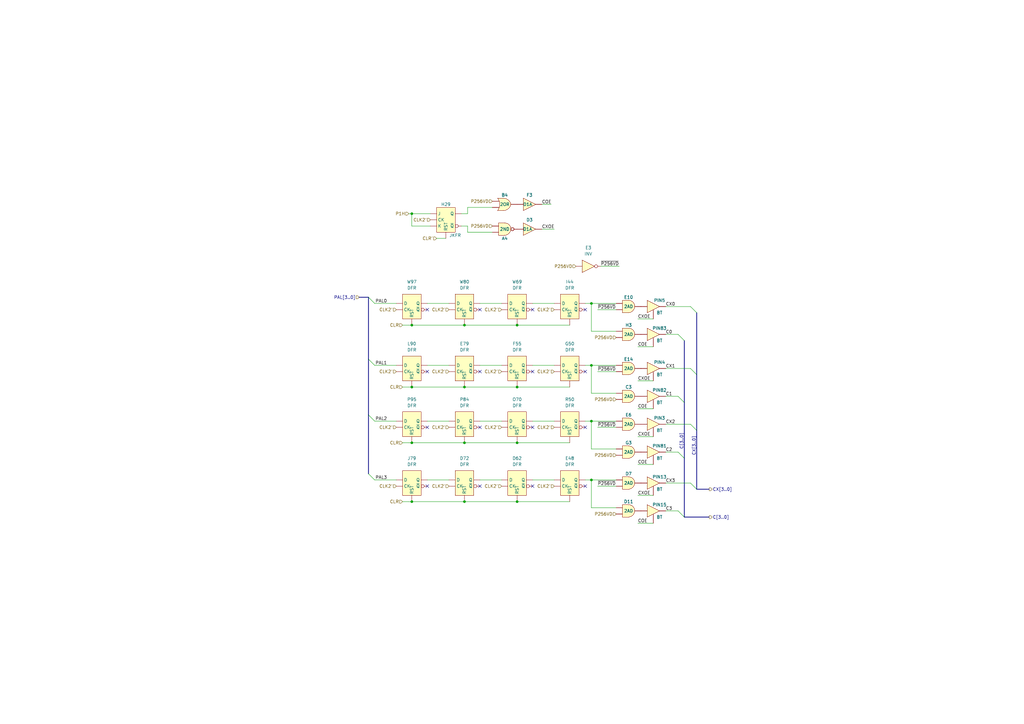
<source format=kicad_sch>
(kicad_sch (version 20230121) (generator eeschema)
  (paper "A3")
  (title_block (date "2023-12-22"))
  (lib_symbols
    (symbol "oki-msm70v000:2AD"
      (property "Reference" "U" (at 0 3.81 0))
      (property "Value" "2AD" (at 0 -3.81 0))
      (symbol "2AD_1_1"
        (arc (start 0 -2.54) (mid 1.7263 -1.7263) (end 2.54 0) (fill (type background)))
        (polyline (pts (xy 0 2.54) (xy -2.54 2.54) (xy -2.54 -2.54) (xy 0 -2.54)) (fill (type background)))
        (arc (start 2.54 0) (mid 1.7961 1.7961) (end 0 2.54) (fill (type background)))
        (pin input line (at -5.08 -1.27 0) (length 2.54) (name "") (number ""))
        (pin input line (at -5.08 1.27 0) (length 2.54) (name "") (number ""))
        (pin output line (at 5.08 0 180) (length 2.54) (name "") (number ""))
      )
    )
    (symbol "oki-msm70v000:2ND"
      (property "Reference" "U" (at 0 3.81 0))
      (property "Value" "2ND" (at 0 -3.81 0))
      (symbol "2ND_1_1"
        (arc (start 0 -2.54) (mid 1.7263 -1.7263) (end 2.54 0) (fill (type background)))
        (polyline (pts (xy 0 2.54) (xy -2.54 2.54) (xy -2.54 -2.54) (xy 0 -2.54)) (fill (type background)))
        (arc (start 2.54 0) (mid 1.7961 1.7961) (end 0 2.54) (fill (type background)))
        (pin input line (at -5.08 -1.27 0) (length 2.54) (name "") (number ""))
        (pin input line (at -5.08 1.27 0) (length 2.54) (name "") (number ""))
        (pin output inverted (at 5.08 0 180) (length 2.54) (name "") (number ""))
      )
    )
    (symbol "oki-msm70v000:2OR"
      (property "Reference" "U" (at 0 3.81 0))
      (property "Value" "2OR" (at 0 -3.81 0))
      (symbol "2OR_1_1"
        (arc (start -2.9127 -2.5398) (mid -2.0762 0.0001) (end -2.9129 2.54))
        (arc (start -0.635 -2.54) (mid 1.3992 -1.8283) (end 2.54 0) (fill (type background)))
        (polyline (pts (xy -0.635 -2.54) (xy -2.921 -2.54)) (fill (type outline)))
        (polyline (pts (xy -0.635 2.54) (xy -2.921 2.54)) (fill (type background)))
        (polyline (pts (xy -0.635 2.54) (xy -2.921 2.54) (xy -2.54 1.905) (xy -2.286 1.27) (xy -2.159 0.762) (xy -2.1082 0.4572) (xy -2.0828 0.1778) (xy -2.0828 -0.127) (xy -2.1336 -0.6604) (xy -2.2098 -1.016) (xy -2.3114 -1.3716) (xy -2.4384 -1.6764) (xy -2.6162 -2.0574) (xy -2.794 -2.3368) (xy -2.921 -2.54) (xy -0.635 -2.54)) (stroke (width -0.0001)) (fill (type background)))
        (arc (start 2.54 0) (mid 1.3994 1.8287) (end -0.635 2.54) (fill (type background)))
        (pin input line (at -5.08 -1.27 0) (length 2.794) (name "") (number ""))
        (pin input line (at -5.08 1.27 0) (length 2.794) (name "") (number ""))
        (pin output line (at 5.08 0 180) (length 2.54) (name "") (number ""))
      )
    )
    (symbol "oki-msm70v000:BT"
      (property "Reference" "U" (at 2.54 2.54 0))
      (property "Value" "BT" (at 2.54 -2.54 0))
      (symbol "BT_1_1"
        (polyline (pts (xy -2.54 2.54) (xy -2.54 -2.54) (xy 2.54 0) (xy -2.54 2.54)) (fill (type background)))
        (pin input line (at -5.08 0 0) (length 2.54) (name "") (number ""))
        (pin input line (at 0 -5.08 90) (length 3.683) (name "") (number ""))
        (pin output line (at 5.08 0 180) (length 2.54) (name "") (number ""))
      )
    )
    (symbol "oki-msm70v000:D1A"
      (property "Reference" "U" (at 0 3.81 0))
      (property "Value" "D1A" (at 0 -3.81 0))
      (symbol "D1A_1_1"
        (polyline (pts (xy -2.54 2.54) (xy -2.54 -2.54) (xy 2.54 0) (xy -2.54 2.54)) (fill (type background)))
        (pin input line (at -5.08 0 0) (length 2.54) (name "") (number ""))
        (pin output line (at 5.08 0 180) (length 2.54) (name "") (number ""))
      )
    )
    (symbol "oki-msm70v000:DFR"
      (property "Reference" "U" (at 0 6.35 0))
      (property "Value" "DFR" (at 2.54 -6.35 0))
      (symbol "DFR_1_1"
        (rectangle (start -3.81 5.08) (end 3.81 -5.08) (fill (type background)))
        (pin input line (at -6.35 -1.27 0) (length 2.54) (name "CK") (number ""))
        (pin input line (at -6.35 1.27 0) (length 2.54) (name "D") (number ""))
        (pin output line (at 6.35 1.27 180) (length 2.54) (name "Q") (number ""))
        (pin input line (at 0 -7.62 90) (length 2.54) (name "RST") (number ""))
        (pin output inverted (at 6.35 -1.27 180) (length 2.54) (name "~{Q}") (number ""))
      )
    )
    (symbol "oki-msm70v000:INV"
      (property "Reference" "U" (at 0 3.81 0))
      (property "Value" "INV" (at 0 -3.81 0))
      (symbol "INV_1_1"
        (polyline (pts (xy -2.54 2.54) (xy -2.54 -2.54) (xy 2.54 0) (xy -2.54 2.54)) (fill (type background)))
        (pin input line (at -5.08 0 0) (length 2.54) (name "") (number ""))
        (pin output inverted (at 5.08 0 180) (length 2.54) (name "") (number ""))
      )
    )
    (symbol "oki-msm70v000:JKFR"
      (property "Reference" "U" (at 0 6.35 0))
      (property "Value" "JKFR" (at 3.81 -6.35 0))
      (symbol "JKFR_1_1"
        (rectangle (start -3.81 5.08) (end 3.81 -5.08) (fill (type background)))
        (pin input line (at -6.35 0 0) (length 2.54) (name "CK") (number ""))
        (pin input line (at -6.35 2.54 0) (length 2.54) (name "J") (number ""))
        (pin input line (at -6.35 -2.54 0) (length 2.54) (name "K") (number ""))
        (pin output line (at 6.35 2.54 180) (length 2.54) (name "Q") (number ""))
        (pin input line (at 0 -7.62 90) (length 2.54) (name "RST") (number ""))
        (pin output inverted (at 6.35 -2.54 180) (length 2.54) (name "~{Q}") (number ""))
      )
    )
  )
  (junction (at 190.5 133.35))
  (junction (at 212.09 133.35))
  (junction (at 212.09 181.61))
  (junction (at 168.91 181.61))
  (junction (at 242.57 149.86))
  (junction (at 168.91 158.75))
  (junction (at 242.57 172.72))
  (junction (at 242.57 124.46))
  (junction (at 242.57 196.85))
  (junction (at 190.5 181.61))
  (junction (at 190.5 158.75))
  (junction (at 168.91 205.74))
  (junction (at 168.91 87.63))
  (junction (at 168.91 133.35))
  (junction (at 212.09 205.74))
  (junction (at 212.09 158.75))
  (junction (at 190.5 205.74))
  (no_connect (at 218.44 199.39))
  (no_connect (at 218.44 175.26))
  (no_connect (at 175.26 199.39))
  (no_connect (at 240.03 152.4))
  (no_connect (at 175.26 152.4))
  (no_connect (at 218.44 152.4))
  (no_connect (at 240.03 175.26))
  (no_connect (at 196.85 199.39))
  (no_connect (at 175.26 127))
  (no_connect (at 218.44 127))
  (no_connect (at 196.85 152.4))
  (no_connect (at 196.85 127))
  (no_connect (at 196.85 175.26))
  (no_connect (at 240.03 199.39))
  (no_connect (at 240.03 127))
  (no_connect (at 175.26 175.26))
  (bus_entry (at 283.21 198.12) (size 2.54 2.54))
  (bus_entry (at 151.13 194.31) (size 2.54 2.54))
  (bus_entry (at 278.13 209.55) (size 2.54 2.54))
  (bus_entry (at 278.13 185.42) (size 2.54 2.54))
  (bus_entry (at 278.13 137.16) (size 2.54 2.54))
  (bus_entry (at 151.13 147.32) (size 2.54 2.54))
  (bus_entry (at 151.13 170.18) (size 2.54 2.54))
  (bus_entry (at 283.21 173.99) (size 2.54 2.54))
  (bus_entry (at 151.13 121.92) (size 2.54 2.54))
  (bus_entry (at 283.21 151.13) (size 2.54 2.54))
  (bus_entry (at 283.21 125.73) (size 2.54 2.54))
  (bus_entry (at 278.13 162.56) (size 2.54 2.54))
  (wire (pts (xy 153.67 172.72) (xy 162.56 172.72)))
  (wire (pts (xy 222.25 83.82) (xy 226.06 83.82)))
  (wire (pts (xy 175.26 124.46) (xy 184.15 124.46)))
  (wire (pts (xy 273.05 162.56) (xy 278.13 162.56)))
  (wire (pts (xy 191.77 85.09) (xy 201.93 85.09)))
  (bus (pts (xy 280.67 139.7) (xy 280.67 165.1)))
  (wire (pts (xy 153.67 149.86) (xy 162.56 149.86)))
  (bus (pts (xy 280.67 165.1) (xy 280.67 187.96)))
  (bus (pts (xy 280.67 187.96) (xy 280.67 212.09)))
  (wire (pts (xy 176.53 92.71) (xy 168.91 92.71)))
  (wire (pts (xy 273.05 209.55) (xy 278.13 209.55)))
  (wire (pts (xy 196.85 172.72) (xy 205.74 172.72)))
  (wire (pts (xy 165.1 181.61) (xy 168.91 181.61)))
  (wire (pts (xy 222.25 93.98) (xy 227.33 93.98)))
  (wire (pts (xy 190.5 205.74) (xy 212.09 205.74)))
  (wire (pts (xy 191.77 87.63) (xy 189.23 87.63)))
  (wire (pts (xy 245.11 175.26) (xy 252.73 175.26)))
  (wire (pts (xy 242.57 196.85) (xy 252.73 196.85)))
  (wire (pts (xy 196.85 124.46) (xy 205.74 124.46)))
  (bus (pts (xy 280.67 212.09) (xy 290.83 212.09)))
  (wire (pts (xy 252.73 161.29) (xy 242.57 161.29)))
  (wire (pts (xy 242.57 161.29) (xy 242.57 149.86)))
  (wire (pts (xy 168.91 205.74) (xy 190.5 205.74)))
  (wire (pts (xy 218.44 149.86) (xy 227.33 149.86)))
  (wire (pts (xy 261.62 167.64) (xy 267.97 167.64)))
  (wire (pts (xy 218.44 196.85) (xy 227.33 196.85)))
  (wire (pts (xy 191.77 85.09) (xy 191.77 87.63)))
  (wire (pts (xy 261.62 190.5) (xy 267.97 190.5)))
  (bus (pts (xy 285.75 128.27) (xy 285.75 153.67)))
  (wire (pts (xy 261.62 130.81) (xy 267.97 130.81)))
  (wire (pts (xy 212.09 133.35) (xy 233.68 133.35)))
  (wire (pts (xy 168.91 87.63) (xy 176.53 87.63)))
  (wire (pts (xy 190.5 158.75) (xy 212.09 158.75)))
  (wire (pts (xy 179.07 97.79) (xy 182.88 97.79)))
  (wire (pts (xy 242.57 172.72) (xy 252.73 172.72)))
  (wire (pts (xy 242.57 149.86) (xy 252.73 149.86)))
  (wire (pts (xy 189.23 92.71) (xy 191.77 92.71)))
  (wire (pts (xy 273.05 198.12) (xy 283.21 198.12)))
  (wire (pts (xy 191.77 95.25) (xy 191.77 92.71)))
  (wire (pts (xy 273.05 185.42) (xy 278.13 185.42)))
  (wire (pts (xy 240.03 149.86) (xy 242.57 149.86)))
  (wire (pts (xy 240.03 124.46) (xy 242.57 124.46)))
  (wire (pts (xy 190.5 181.61) (xy 212.09 181.61)))
  (wire (pts (xy 165.1 133.35) (xy 168.91 133.35)))
  (bus (pts (xy 151.13 170.18) (xy 151.13 147.32)))
  (bus (pts (xy 285.75 200.66) (xy 290.83 200.66)))
  (wire (pts (xy 218.44 124.46) (xy 227.33 124.46)))
  (wire (pts (xy 252.73 208.28) (xy 242.57 208.28)))
  (wire (pts (xy 168.91 158.75) (xy 190.5 158.75)))
  (wire (pts (xy 212.09 181.61) (xy 233.68 181.61)))
  (wire (pts (xy 273.05 173.99) (xy 283.21 173.99)))
  (wire (pts (xy 273.05 125.73) (xy 283.21 125.73)))
  (wire (pts (xy 212.09 205.74) (xy 233.68 205.74)))
  (wire (pts (xy 168.91 92.71) (xy 168.91 87.63)))
  (wire (pts (xy 273.05 137.16) (xy 278.13 137.16)))
  (wire (pts (xy 261.62 142.24) (xy 267.97 142.24)))
  (wire (pts (xy 168.91 181.61) (xy 190.5 181.61)))
  (wire (pts (xy 165.1 158.75) (xy 168.91 158.75)))
  (wire (pts (xy 242.57 135.89) (xy 242.57 124.46)))
  (wire (pts (xy 196.85 149.86) (xy 205.74 149.86)))
  (wire (pts (xy 190.5 133.35) (xy 212.09 133.35)))
  (wire (pts (xy 242.57 208.28) (xy 242.57 196.85)))
  (wire (pts (xy 261.62 179.07) (xy 267.97 179.07)))
  (wire (pts (xy 252.73 184.15) (xy 242.57 184.15)))
  (wire (pts (xy 240.03 196.85) (xy 242.57 196.85)))
  (wire (pts (xy 252.73 135.89) (xy 242.57 135.89)))
  (wire (pts (xy 175.26 172.72) (xy 184.15 172.72)))
  (bus (pts (xy 147.32 121.92) (xy 151.13 121.92)))
  (wire (pts (xy 245.11 127) (xy 252.73 127)))
  (wire (pts (xy 165.1 205.74) (xy 168.91 205.74)))
  (wire (pts (xy 153.67 196.85) (xy 162.56 196.85)))
  (wire (pts (xy 242.57 124.46) (xy 252.73 124.46)))
  (bus (pts (xy 151.13 194.31) (xy 151.13 170.18)))
  (wire (pts (xy 175.26 196.85) (xy 184.15 196.85)))
  (bus (pts (xy 285.75 153.67) (xy 285.75 176.53)))
  (wire (pts (xy 218.44 172.72) (xy 227.33 172.72)))
  (wire (pts (xy 245.11 199.39) (xy 252.73 199.39)))
  (wire (pts (xy 261.62 156.21) (xy 267.97 156.21)))
  (wire (pts (xy 212.09 158.75) (xy 233.68 158.75)))
  (wire (pts (xy 175.26 149.86) (xy 184.15 149.86)))
  (wire (pts (xy 245.11 152.4) (xy 252.73 152.4)))
  (wire (pts (xy 240.03 172.72) (xy 242.57 172.72)))
  (bus (pts (xy 151.13 147.32) (xy 151.13 121.92)))
  (wire (pts (xy 261.62 214.63) (xy 267.97 214.63)))
  (wire (pts (xy 168.91 133.35) (xy 190.5 133.35)))
  (wire (pts (xy 242.57 184.15) (xy 242.57 172.72)))
  (wire (pts (xy 196.85 196.85) (xy 205.74 196.85)))
  (wire (pts (xy 167.64 87.63) (xy 168.91 87.63)))
  (bus (pts (xy 285.75 176.53) (xy 285.75 200.66)))
  (wire (pts (xy 273.05 151.13) (xy 283.21 151.13)))
  (wire (pts (xy 246.38 109.22) (xy 254 109.22)))
  (wire (pts (xy 191.77 95.25) (xy 201.93 95.25)))
  (wire (pts (xy 261.62 203.2) (xy 267.97 203.2)))
  (wire (pts (xy 153.67 124.46) (xy 162.56 124.46)))
  (label "C1" (at 273.05 162.56 0))
  (label "~{P256VD}" (at 245.11 175.26 0))
  (label "CX2" (at 273.05 173.99 0))
  (label "CX[3..0]" (at 285.75 186.69 90))
  (label "~{P256VD}" (at 245.11 152.4 0))
  (label "CXOE" (at 261.62 156.21 0))
  (label "COE" (at 261.62 142.24 0))
  (label "C2" (at 273.05 185.42 0))
  (label "~{P256VD}" (at 245.11 199.39 0))
  (label "CXOE" (at 261.62 130.81 0))
  (label "C[3..0]" (at 280.67 184.15 90))
  (label "PAL2" (at 158.75 172.72 180))
  (label "PAL0" (at 158.75 124.46 180))
  (label "C0" (at 273.05 137.16 0))
  (label "~{P256VD}" (at 246.38 109.22 0))
  (label "CXOE" (at 222.25 93.98 0))
  (label "CX0" (at 273.05 125.73 0))
  (label "CX1" (at 273.05 151.13 0))
  (label "CXOE" (at 261.62 179.07 0))
  (label "PAL3" (at 158.75 196.85 180))
  (label "COE" (at 222.25 83.82 0))
  (label "COE" (at 261.62 190.5 0))
  (label "C3" (at 273.05 209.55 0))
  (label "COE" (at 261.62 167.64 0))
  (label "PAL1" (at 158.75 149.86 180))
  (label "CXOE" (at 261.62 203.2 0))
  (label "CX3" (at 273.05 198.12 0))
  (label "~{P256VD}" (at 245.11 127 0))
  (label "COE" (at 261.62 214.63 0))
  (hierarchical_label "CLR" (shape input) (at 165.1 133.35 180))
  (hierarchical_label "CLK2'" (shape input) (at 205.74 127 180))
  (hierarchical_label "CLK2'" (shape input) (at 176.53 90.17 180))
  (hierarchical_label "CLR" (shape input) (at 165.1 181.61 180))
  (hierarchical_label "CLK2'" (shape input) (at 227.33 175.26 180))
  (hierarchical_label "P1H" (shape input) (at 167.64 87.63 180))
  (hierarchical_label "CLK2'" (shape input) (at 162.56 127 180))
  (hierarchical_label "CLK2'" (shape input) (at 162.56 152.4 180))
  (hierarchical_label "P256VD" (shape input) (at 252.73 138.43 180))
  (hierarchical_label "P256VD" (shape input) (at 201.93 82.55 180))
  (hierarchical_label "CLK2'" (shape input) (at 205.74 199.39 180))
  (hierarchical_label "P256VD" (shape input) (at 236.22 109.22 180))
  (hierarchical_label "P256VD" (shape input) (at 252.73 186.69 180))
  (hierarchical_label "CLK2'" (shape input) (at 205.74 175.26 180))
  (hierarchical_label "CLK2'" (shape input) (at 227.33 199.39 180))
  (hierarchical_label "CLK2'" (shape input) (at 184.15 199.39 180))
  (hierarchical_label "CLK2'" (shape input) (at 184.15 152.4 180))
  (hierarchical_label "CLK2'" (shape input) (at 205.74 152.4 180))
  (hierarchical_label "CLR" (shape input) (at 165.1 205.74 180))
  (hierarchical_label "CLK2'" (shape input) (at 227.33 152.4 180))
  (hierarchical_label "CLK2'" (shape input) (at 162.56 199.39 180))
  (hierarchical_label "C[3..0]" (shape output) (at 290.83 212.09 0))
  (hierarchical_label "PAL[3..0]" (shape input) (at 147.32 121.92 180))
  (hierarchical_label "CLK2'" (shape input) (at 162.56 175.26 180))
  (hierarchical_label "P256VD" (shape input) (at 252.73 163.83 180))
  (hierarchical_label "CLK2'" (shape input) (at 184.15 175.26 180))
  (hierarchical_label "CLR'" (shape input) (at 179.07 97.79 180))
  (hierarchical_label "CX[3..0]" (shape output) (at 290.83 200.66 0))
  (hierarchical_label "P256VD" (shape input) (at 252.73 210.82 180))
  (hierarchical_label "CLR" (shape input) (at 165.1 158.75 180))
  (hierarchical_label "P256VD" (shape input) (at 201.93 92.71 180))
  (hierarchical_label "CLK2'" (shape input) (at 184.15 127 180))
  (hierarchical_label "CLK2'" (shape input) (at 227.33 127 180))
  (symbol (lib_id "oki-msm70v000:2AD") (at 257.81 137.16 0) (unit 1)
    (property "Reference" "H3" (at 257.81 133.35 0))
    (property "Value" "2AD" (at 257.81 137.16 0))
  )
  (symbol (lib_id "oki-msm70v000:DFR") (at 168.91 198.12 0) (unit 1)
    (property "Reference" "J79" (at 168.91 187.96 0))
    (property "Value" "DFR" (at 168.91 190.5 0))
  )
  (symbol (lib_id "oki-msm70v000:DFR") (at 212.09 125.73 0) (unit 1)
    (property "Reference" "W69" (at 212.09 115.57 0))
    (property "Value" "DFR" (at 212.09 118.11 0))
  )
  (symbol (lib_id "oki-msm70v000:DFR") (at 190.5 173.99 0) (unit 1)
    (property "Reference" "P84" (at 190.5 163.83 0))
    (property "Value" "DFR" (at 190.5 166.37 0))
  )
  (symbol (lib_id "oki-msm70v000:DFR") (at 168.91 173.99 0) (unit 1)
    (property "Reference" "P95" (at 168.91 163.83 0))
    (property "Value" "DFR" (at 168.91 166.37 0))
  )
  (symbol (lib_id "oki-msm70v000:2AD") (at 257.81 162.56 0) (unit 1)
    (property "Reference" "C3" (at 257.81 158.75 0))
    (property "Value" "2AD" (at 257.81 162.56 0))
  )
  (symbol (lib_id "oki-msm70v000:2AD") (at 257.81 198.12 0) (unit 1)
    (property "Reference" "D7" (at 257.81 194.31 0))
    (property "Value" "2AD" (at 257.81 198.12 0))
  )
  (symbol (lib_id "oki-msm70v000:BT") (at 267.97 151.13 0) (unit 1)
    (property "Reference" "PIN4" (at 270.51 148.59 0))
    (property "Value" "BT" (at 270.51 153.67 0))
  )
  (symbol (lib_id "oki-msm70v000:DFR") (at 168.91 125.73 0) (unit 1)
    (property "Reference" "W97" (at 168.91 115.57 0))
    (property "Value" "DFR" (at 168.91 118.11 0))
  )
  (symbol (lib_id "oki-msm70v000:BT") (at 267.97 173.99 0) (unit 1)
    (property "Reference" "PIN3" (at 270.51 171.45 0))
    (property "Value" "BT" (at 270.51 176.53 0))
  )
  (symbol (lib_id "oki-msm70v000:2AD") (at 257.81 125.73 0) (unit 1)
    (property "Reference" "E10" (at 257.81 121.92 0))
    (property "Value" "2AD" (at 257.81 125.73 0))
  )
  (symbol (lib_id "oki-msm70v000:2AD") (at 257.81 151.13 0) (unit 1)
    (property "Reference" "E14" (at 257.81 147.32 0))
    (property "Value" "2AD" (at 257.81 151.13 0))
  )
  (symbol (lib_id "oki-msm70v000:D1A") (at 217.17 83.82 0) (unit 1)
    (property "Reference" "F3" (at 217.17 80.01 0))
    (property "Value" "D1A" (at 216.4401 83.8199 0))
  )
  (symbol (lib_id "oki-msm70v000:BT") (at 267.97 125.73 0) (unit 1)
    (property "Reference" "PIN5" (at 270.51 123.19 0))
    (property "Value" "BT" (at 270.51 128.27 0))
  )
  (symbol (lib_id "oki-msm70v000:BT") (at 267.97 137.16 0) (unit 1)
    (property "Reference" "PIN83" (at 270.51 134.62 0))
    (property "Value" "BT" (at 270.51 139.7 0))
  )
  (symbol (lib_id "oki-msm70v000:DFR") (at 233.68 125.73 0) (unit 1)
    (property "Reference" "I44" (at 233.68 115.57 0))
    (property "Value" "DFR" (at 233.68 118.11 0))
  )
  (symbol (lib_id "oki-msm70v000:BT") (at 267.97 162.56 0) (unit 1)
    (property "Reference" "PIN82" (at 270.51 160.02 0))
    (property "Value" "BT" (at 270.51 165.1 0))
  )
  (symbol (lib_id "oki-msm70v000:2OR") (at 207.01 83.82 0) (unit 1)
    (property "Reference" "B4" (at 207.01 80.01 0))
    (property "Value" "2OR" (at 207.01 83.82 0))
  )
  (symbol (lib_id "oki-msm70v000:D1A") (at 217.17 93.98 0) (unit 1)
    (property "Reference" "D3" (at 217.17 90.17 0))
    (property "Value" "D1A" (at 216.3974 93.9799 0))
  )
  (symbol (lib_id "oki-msm70v000:DFR") (at 212.09 173.99 0) (unit 1)
    (property "Reference" "O70" (at 212.09 163.83 0))
    (property "Value" "DFR" (at 212.09 166.37 0))
  )
  (symbol (lib_id "oki-msm70v000:BT") (at 267.97 198.12 0) (unit 1)
    (property "Reference" "PIN13" (at 270.51 195.58 0))
    (property "Value" "BT" (at 270.51 200.66 0))
  )
  (symbol (lib_id "oki-msm70v000:DFR") (at 190.5 125.73 0) (unit 1)
    (property "Reference" "W80" (at 190.5 115.57 0))
    (property "Value" "DFR" (at 190.5 118.11 0))
  )
  (symbol (lib_id "oki-msm70v000:DFR") (at 212.09 198.12 0) (unit 1)
    (property "Reference" "D62" (at 212.09 187.96 0))
    (property "Value" "DFR" (at 212.09 190.5 0))
  )
  (symbol (lib_id "oki-msm70v000:INV") (at 241.3 109.22 0) (unit 1)
    (property "Reference" "E3" (at 241.3 101.6 0))
    (property "Value" "INV" (at 241.3 104.14 0))
  )
  (symbol (lib_id "oki-msm70v000:JKFR") (at 182.88 90.17 0) (unit 1)
    (property "Reference" "H29" (at 182.88 83.82 0))
    (property "Value" "JKFR" (at 186.69 96.52 0))
  )
  (symbol (lib_id "oki-msm70v000:BT") (at 267.97 185.42 0) (unit 1)
    (property "Reference" "PIN81" (at 270.51 182.88 0))
    (property "Value" "BT" (at 270.51 187.96 0))
  )
  (symbol (lib_id "oki-msm70v000:BT") (at 267.97 209.55 0) (unit 1)
    (property "Reference" "PIN15" (at 270.51 207.01 0))
    (property "Value" "BT" (at 270.51 212.09 0))
  )
  (symbol (lib_id "oki-msm70v000:2AD") (at 257.81 185.42 0) (unit 1)
    (property "Reference" "G3" (at 257.81 181.61 0))
    (property "Value" "2AD" (at 257.81 185.42 0))
  )
  (symbol (lib_id "oki-msm70v000:DFR") (at 233.68 151.13 0) (unit 1)
    (property "Reference" "G50" (at 233.68 140.97 0))
    (property "Value" "DFR" (at 233.68 143.51 0))
  )
  (symbol (lib_id "oki-msm70v000:DFR") (at 190.5 198.12 0) (unit 1)
    (property "Reference" "D72" (at 190.5 187.96 0))
    (property "Value" "DFR" (at 190.5 190.5 0))
  )
  (symbol (lib_id "oki-msm70v000:DFR") (at 212.09 151.13 0) (unit 1)
    (property "Reference" "F55" (at 212.09 140.97 0))
    (property "Value" "DFR" (at 212.09 143.51 0))
  )
  (symbol (lib_id "oki-msm70v000:2AD") (at 257.81 209.55 0) (unit 1)
    (property "Reference" "D11" (at 257.81 205.74 0))
    (property "Value" "2AD" (at 257.81 209.55 0))
  )
  (symbol (lib_id "oki-msm70v000:2AD") (at 257.81 173.99 0) (unit 1)
    (property "Reference" "E6" (at 257.81 170.18 0))
    (property "Value" "2AD" (at 257.81 173.99 0))
  )
  (symbol (lib_id "oki-msm70v000:2ND") (at 207.01 93.98 0) (unit 1)
    (property "Reference" "A4" (at 207.01 97.79 0))
    (property "Value" "2ND" (at 207.01 93.98 0))
  )
  (symbol (lib_id "oki-msm70v000:DFR") (at 190.5 151.13 0) (unit 1)
    (property "Reference" "E79" (at 190.5 140.97 0))
    (property "Value" "DFR" (at 190.5 143.51 0))
  )
  (symbol (lib_id "oki-msm70v000:DFR") (at 233.68 198.12 0) (unit 1)
    (property "Reference" "E48" (at 233.68 187.96 0))
    (property "Value" "DFR" (at 233.68 190.5 0))
  )
  (symbol (lib_id "oki-msm70v000:DFR") (at 168.91 151.13 0) (unit 1)
    (property "Reference" "L90" (at 168.91 140.97 0))
    (property "Value" "DFR" (at 168.91 143.51 0))
  )
  (symbol (lib_id "oki-msm70v000:DFR") (at 233.68 173.99 0) (unit 1)
    (property "Reference" "R50" (at 233.68 163.83 0))
    (property "Value" "DFR" (at 233.68 166.37 0))
  )
)
</source>
